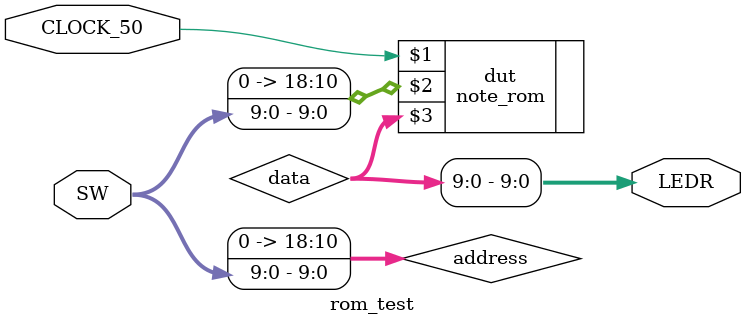
<source format=sv>
module rom_test (CLOCK_50, SW, LEDR);
	input logic CLOCK_50;
	input logic [9:0] SW;
	output logic [9:0] LEDR;

	logic [18:0] address;
	logic [23:0] data;
	
	assign address = {{7{1'b0}}, SW[9:0]};
	
	assign LEDR[9:0] = data[9:0];
	
	note_rom dut(CLOCK_50, address, data);	
	

endmodule 
</source>
